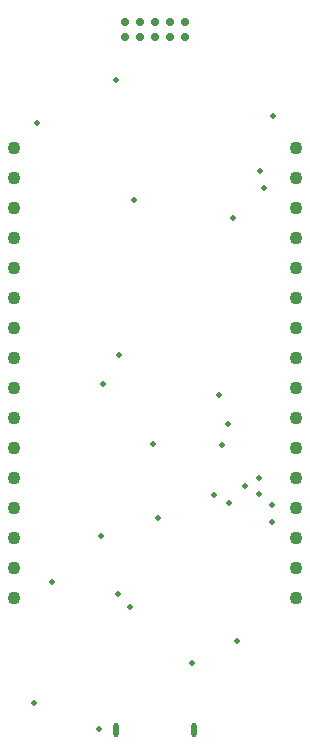
<source format=gbr>
%TF.GenerationSoftware,Novarm,DipTrace Beta,2.9.0.1*%
%TF.CreationDate,2015-11-14T18:19:06-04:00*%
%FSLAX35Y35*%
%MOMM*%
%TF.FileFunction,Plated,1,2,PTH,Drill*%
%TF.Part,Single*%
%AMOVALDIP*
21,1,$1,$2,0.0,0.0,$7*
1,1,$8,$3,$4*
1,1,$8,$5,$6*%
%TA.AperFunction,ViaDrill*%
%ADD45C,0.508*%
%TA.AperFunction,ComponentDrill*%
%ADD46C,1.1*%
%ADD47C,0.7*%
%ADD104OVALDIP,0.5 X0.7 X0.0 X0.35 X0.0 X-0.35 X0.0 X0.5*%
G75*
G01*
D46*
X1152401Y2270001D3*
Y2524001D3*
Y2778001D3*
Y3032001D3*
Y3286001D3*
Y3540001D3*
Y3794001D3*
Y4048001D3*
Y4302001D3*
Y4556001D3*
Y4810001D3*
Y5064001D3*
Y5318001D3*
Y5572001D3*
Y5826001D3*
Y6080001D3*
D47*
X2600201Y7146801D3*
X2473201D3*
X2346201D3*
X2219201D3*
X2092201D3*
X2600201Y7019801D3*
X2473201D3*
X2346201D3*
X2219201D3*
X2092201D3*
D46*
X3540001Y6080001D3*
Y5826001D3*
Y5572001D3*
Y5318001D3*
Y5064001D3*
Y4810001D3*
Y4556001D3*
Y4302001D3*
Y4048001D3*
Y3794001D3*
Y3540001D3*
Y3286001D3*
Y3032001D3*
Y2778001D3*
Y2524001D3*
Y2270001D3*
D104*
X2016201Y1152401D3*
X2676201D3*
D45*
X1907177Y4085087D3*
X2044091Y4327071D3*
X1347617Y6294777D3*
X2376137Y2943007D3*
X2848797Y3142234D3*
X1893584Y2798067D3*
X2329421Y3569961D3*
X1472671Y2406694D3*
X1322344Y1383804D3*
X2018541Y6651694D3*
X3342644Y6353477D3*
X3037847Y1902331D3*
X2886817Y3991834D3*
X2166347Y5639847D3*
X2139714Y2192224D3*
X2656464Y1717597D3*
X2975154Y3076051D3*
X3107894Y3221634D3*
X3228461Y3287664D3*
X3337721Y2915411D3*
X2037031Y2300487D3*
X1870774Y1162804D3*
X2914224Y3566584D3*
X2966487Y3743247D3*
X3334461Y3060471D3*
X3268271Y5744444D3*
X3010971Y5487144D3*
X3231781Y3148987D3*
X3232591Y5888404D3*
M02*

</source>
